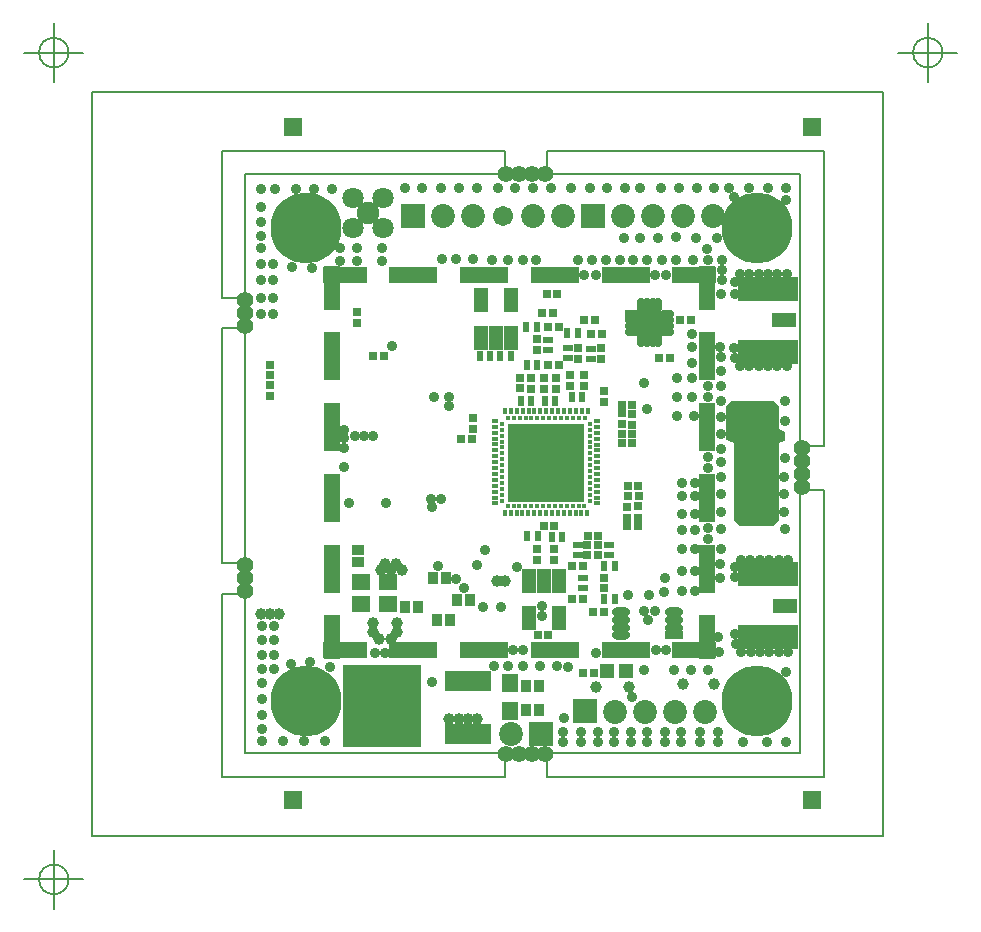
<source format=gts>
G04 (created by PCBNEW-RS274X (2012-08-04 BZR 3667)-testing) date 10/19/2012 7:17:05 PM*
%MOIN*%
G04 Gerber Fmt 3.4, Leading zero omitted, Abs format*
%FSLAX34Y34*%
G01*
G70*
G90*
G04 APERTURE LIST*
%ADD10C,0.0017*%
%ADD11C,0.0059*%
%ADD12C,0.0077*%
%ADD13C,0.0395*%
%ADD14C,0.0357*%
%ADD15C,0.0554*%
%ADD16R,0.0592X0.0592*%
%ADD17R,0.055X0.0588*%
%ADD18R,0.0588X0.055*%
%ADD19R,0.0273X0.0253*%
%ADD20R,0.0253X0.0273*%
%ADD21R,0.0337X0.0218*%
%ADD22R,0.0218X0.0337*%
%ADD23R,0.0353X0.0392*%
%ADD24R,0.0392X0.0353*%
%ADD25R,0.0273X0.0273*%
%ADD26C,0.2365*%
%ADD27R,0.1571X0.0704*%
%ADD28R,0.2594X0.2752*%
%ADD29R,0.0514X0.0514*%
%ADD30R,0.1649X0.0546*%
%ADD31R,0.1453X0.0546*%
%ADD32R,0.0546X0.1453*%
%ADD33R,0.0546X0.1649*%
%ADD34R,0.2049X0.0789*%
%ADD35R,0.0789X0.0475*%
%ADD36C,0.071*%
%ADD37C,0.075*%
%ADD38C,0.0797*%
%ADD39C,0.0675*%
%ADD40R,0.0797X0.0797*%
%ADD41R,0.0626X0.0304*%
%ADD42O,0.0626X0.0304*%
%ADD43R,0.0453X0.0803*%
%ADD44R,0.0823X0.0823*%
%ADD45O,0.0271X0.0489*%
%ADD46O,0.0276X0.0489*%
%ADD47O,0.0272X0.0489*%
%ADD48O,0.0489X0.0272*%
%ADD49R,0.0489X0.0272*%
%ADD50O,0.0489X0.0276*%
%ADD51R,0.0235X0.0393*%
%ADD52R,0.0155X0.0155*%
%ADD53R,0.0155X0.0215*%
%ADD54R,0.0215X0.0155*%
%ADD55R,0.0357X0.0409*%
%ADD56R,0.022X0.0314*%
%ADD57R,0.0476X0.0295*%
%ADD58R,0.0527X0.0295*%
%ADD59R,0.0554X0.0295*%
%ADD60R,0.0759X0.0295*%
%ADD61R,0.0219X0.0295*%
%ADD62R,0.0219X0.0283*%
%ADD63R,0.022X0.0295*%
%ADD64R,0.0219X0.0371*%
%ADD65R,0.0219X0.0542*%
%ADD66R,0.0219X0.0504*%
%ADD67R,0.0219X0.0294*%
%ADD68R,0.0219X0.0409*%
%ADD69R,0.0219X0.058*%
%ADD70R,0.0219X0.0675*%
%ADD71R,0.0219X0.0789*%
%ADD72R,0.0219X0.0846*%
%ADD73R,0.0219X0.0903*%
%ADD74R,0.0219X0.0979*%
%ADD75R,0.0219X0.0485*%
%ADD76R,0.0219X0.0447*%
%ADD77R,0.0219X0.0428*%
%ADD78R,0.0219X0.039*%
%ADD79R,0.0219X0.0333*%
%ADD80R,0.0219X0.0276*%
%ADD81R,0.0219X0.0238*%
%ADD82R,0.0219X0.0637*%
%ADD83R,0.0219X0.0751*%
%ADD84R,0.0219X0.0314*%
%ADD85R,0.0219X0.0257*%
%ADD86R,0.022X0.034*%
%ADD87R,0.0219X0.0535*%
%ADD88R,0.0219X0.0352*%
%ADD89R,0.0219X0.0561*%
%ADD90R,0.0219X0.0599*%
%ADD91R,0.0219X0.0523*%
%ADD92R,0.0219X0.0466*%
%ADD93R,0.0791X0.0295*%
%ADD94R,0.0357X0.0295*%
%ADD95R,0.022X0.058*%
%ADD96R,0.0219X0.0618*%
%ADD97R,0.0495X0.0295*%
%ADD98R,0.0417X0.0295*%
%ADD99R,0.0924X0.0295*%
%ADD100R,0.0219X0.3981*%
%ADD101C,0.0039*%
G04 APERTURE END LIST*
G54D10*
G54D11*
X41831Y-53937D02*
G75*
G03X41831Y-53937I-492J0D01*
G74*
G01*
X40355Y-53937D02*
X42323Y-53937D01*
X41339Y-52953D02*
X41339Y-54921D01*
X70964Y-26378D02*
G75*
G03X70964Y-26378I-492J0D01*
G74*
G01*
X69488Y-26378D02*
X71456Y-26378D01*
X70472Y-25394D02*
X70472Y-27362D01*
X41831Y-26378D02*
G75*
G03X41831Y-26378I-492J0D01*
G74*
G01*
X40355Y-26378D02*
X42323Y-26378D01*
X41339Y-25394D02*
X41339Y-27362D01*
G54D12*
X42606Y-52483D02*
X42606Y-27680D01*
X68983Y-52483D02*
X42606Y-52483D01*
X68983Y-27680D02*
X68983Y-52483D01*
X42606Y-27680D02*
X68983Y-27680D01*
X66228Y-30437D02*
X66228Y-39492D01*
X57764Y-30437D02*
X66228Y-30437D01*
X57764Y-29650D02*
X57764Y-30437D01*
X67016Y-29650D02*
X57764Y-29650D01*
X67016Y-39492D02*
X67016Y-29650D01*
X66228Y-39492D02*
X67016Y-39492D01*
X57764Y-50515D02*
X57764Y-49728D01*
X67016Y-50515D02*
X57764Y-50515D01*
X67016Y-40948D02*
X67016Y-50515D01*
X66228Y-40948D02*
X67016Y-40948D01*
X66228Y-49728D02*
X66228Y-40948D01*
X57764Y-49728D02*
X66228Y-49728D01*
X46936Y-50515D02*
X46936Y-44413D01*
X56386Y-50515D02*
X46936Y-50515D01*
X56386Y-49728D02*
X56386Y-50515D01*
X47724Y-49728D02*
X56386Y-49728D01*
X47724Y-44413D02*
X47724Y-49728D01*
X46936Y-44413D02*
X47724Y-44413D01*
X46936Y-43390D02*
X46936Y-35555D01*
X47724Y-43390D02*
X46936Y-43390D01*
X47724Y-35555D02*
X47724Y-43390D01*
X46936Y-35555D02*
X47724Y-35555D01*
X47724Y-30437D02*
X47724Y-34570D01*
X46936Y-34570D02*
X47724Y-34570D01*
X46936Y-29648D02*
X46936Y-34570D01*
X46936Y-29648D02*
X56384Y-29648D01*
X56384Y-29648D02*
X56384Y-30437D01*
X47724Y-30437D02*
X56384Y-30437D01*
G54D13*
X56102Y-43975D03*
G54D14*
X61013Y-44997D03*
X61363Y-45005D03*
X61158Y-45292D03*
X61386Y-35540D03*
X61024Y-35536D03*
X61024Y-35198D03*
X61394Y-35193D03*
X56791Y-43535D03*
X63583Y-34409D03*
G54D15*
X47725Y-34630D03*
X47725Y-35063D03*
X47725Y-35496D03*
X47725Y-44335D03*
X47725Y-43902D03*
X47725Y-43469D03*
X66268Y-39571D03*
X66268Y-40004D03*
X66268Y-40437D03*
X66268Y-40870D03*
G54D16*
X49299Y-51303D03*
X49299Y-51303D03*
X66622Y-51303D03*
X66622Y-51303D03*
X66621Y-28862D03*
X66621Y-28862D03*
G54D14*
X58185Y-40460D03*
X58185Y-40027D03*
X57968Y-40244D03*
X58401Y-40244D03*
X61129Y-38252D03*
X61011Y-37386D03*
X63553Y-36201D03*
X63571Y-36520D03*
X63571Y-36993D03*
X52273Y-32898D03*
X52272Y-33331D03*
X51445Y-33331D03*
X51446Y-32898D03*
X59398Y-33803D03*
X59005Y-33804D03*
X61367Y-33804D03*
X61760Y-33803D03*
X64005Y-31204D03*
X65736Y-31283D03*
X53610Y-30890D03*
X53059Y-30890D03*
X59791Y-30889D03*
X59201Y-30889D03*
X58571Y-30889D03*
X57901Y-30889D03*
X57311Y-30890D03*
X54240Y-30890D03*
X54831Y-30890D03*
X55461Y-30890D03*
X56130Y-30890D03*
X56721Y-30890D03*
X62783Y-30889D03*
X62193Y-30889D03*
X61563Y-30889D03*
X60893Y-30889D03*
X60382Y-30890D03*
X63335Y-30890D03*
X63846Y-30889D03*
X64516Y-30889D03*
X65146Y-30889D03*
X65736Y-30889D03*
X63127Y-32925D03*
X63138Y-33292D03*
X63600Y-33280D03*
X62655Y-33280D03*
X63453Y-32544D03*
X61484Y-32544D03*
X62065Y-32532D03*
X60894Y-32544D03*
X62744Y-32544D03*
X60658Y-33292D03*
X61120Y-33280D03*
X62065Y-33280D03*
X61603Y-33292D03*
X59752Y-33292D03*
X60214Y-33280D03*
X55953Y-33291D03*
X55312Y-33271D03*
X60343Y-32544D03*
X59269Y-33280D03*
X56465Y-33291D03*
X56965Y-33280D03*
X54289Y-33271D03*
X54762Y-33271D03*
X58807Y-33292D03*
X57410Y-33291D03*
X50618Y-30929D03*
X50895Y-32898D03*
X50894Y-33331D03*
X49281Y-33527D03*
X50028Y-30929D03*
X49950Y-33567D03*
X49398Y-30929D03*
X48728Y-30929D03*
X48256Y-35103D03*
X48650Y-35102D03*
X48650Y-34552D03*
X48256Y-34552D03*
X48256Y-33410D03*
X48650Y-33410D03*
X48650Y-33961D03*
X48256Y-33961D03*
X48255Y-32898D03*
X48255Y-32504D03*
X48255Y-32032D03*
X48255Y-31520D03*
X48256Y-30929D03*
X52627Y-36166D03*
X51995Y-39173D03*
X51680Y-39173D03*
X51365Y-39173D03*
X51010Y-39212D03*
X51004Y-38953D03*
X51012Y-39551D03*
X51012Y-40181D03*
X55718Y-42968D03*
X55450Y-43472D03*
X54248Y-41252D03*
X53937Y-41520D03*
X53925Y-41248D03*
X52413Y-41387D03*
X51196Y-41394D03*
X63602Y-33632D03*
X63612Y-33967D03*
X64016Y-36220D03*
X64043Y-36559D03*
X64035Y-34409D03*
X64043Y-34039D03*
X65462Y-33764D03*
X65776Y-33764D03*
X65146Y-33764D03*
X64832Y-33764D03*
X64202Y-33764D03*
X64516Y-33764D03*
X64516Y-36835D03*
X64202Y-36835D03*
X64832Y-36835D03*
X65146Y-36835D03*
X65776Y-36835D03*
X65462Y-36835D03*
X65697Y-42268D03*
X65696Y-41677D03*
X65696Y-41087D03*
X65696Y-40535D03*
X65697Y-37977D03*
X65697Y-38646D03*
X65697Y-39906D03*
X63570Y-40024D03*
X63570Y-39591D03*
X63571Y-39079D03*
X63571Y-38528D03*
X63571Y-37977D03*
X63570Y-42937D03*
X63570Y-40535D03*
X63570Y-41087D03*
X63570Y-41677D03*
X63571Y-42268D03*
X63137Y-42584D03*
X63138Y-42230D03*
X63138Y-39867D03*
X63137Y-40221D03*
X63136Y-37859D03*
X63137Y-37505D03*
X62626Y-36717D03*
X62626Y-36205D03*
X62626Y-35772D03*
X62626Y-37229D03*
X62626Y-37858D03*
X63571Y-37504D03*
X62114Y-38488D03*
X62665Y-38488D03*
X62114Y-37858D03*
X62114Y-37229D03*
X61169Y-44473D03*
X61721Y-43882D03*
X61681Y-44355D03*
X62274Y-40728D03*
X62271Y-41166D03*
X62271Y-41756D03*
X62271Y-42307D03*
X62271Y-44315D03*
X62272Y-43646D03*
X62271Y-42937D03*
X62704Y-42307D03*
X62704Y-41756D03*
X62704Y-41166D03*
X62697Y-40728D03*
X62704Y-42937D03*
X62705Y-43646D03*
X62704Y-44315D03*
X58618Y-40460D03*
X57752Y-40460D03*
X57319Y-40460D03*
X56886Y-40460D03*
X56669Y-40677D03*
X57102Y-40677D03*
X57539Y-40677D03*
X57968Y-40677D03*
X58401Y-40677D03*
X58834Y-40677D03*
X58834Y-41110D03*
X58401Y-41110D03*
X57968Y-41110D03*
X57539Y-41110D03*
X57102Y-41110D03*
X56669Y-41110D03*
X56886Y-40893D03*
X57319Y-40893D03*
X58185Y-40893D03*
X57752Y-40893D03*
X58618Y-40893D03*
X58618Y-40027D03*
X57752Y-40027D03*
X57319Y-40027D03*
X56886Y-40027D03*
X56669Y-40244D03*
X57102Y-40244D03*
X57539Y-40244D03*
X58834Y-40244D03*
X58834Y-39811D03*
X58401Y-39811D03*
X57968Y-39811D03*
X57539Y-39811D03*
X57102Y-39811D03*
X56669Y-39811D03*
X56886Y-39594D03*
X57319Y-39594D03*
X58185Y-39594D03*
X57752Y-39594D03*
X58618Y-39594D03*
X58618Y-39161D03*
X57752Y-39161D03*
X58185Y-39161D03*
X57319Y-39161D03*
X56886Y-39161D03*
X56669Y-39378D03*
X57102Y-39378D03*
X57539Y-39378D03*
X57968Y-39378D03*
X58401Y-39378D03*
X58834Y-39378D03*
X58834Y-38945D03*
X58401Y-38945D03*
X57968Y-38945D03*
X57539Y-38945D03*
X57102Y-38945D03*
X56669Y-38945D03*
X64055Y-43533D03*
X64045Y-43858D03*
X64555Y-43282D03*
X64241Y-43282D03*
X64871Y-43282D03*
X65185Y-43282D03*
X65815Y-43282D03*
X65501Y-43282D03*
X65510Y-46353D03*
X65824Y-46353D03*
X65194Y-46353D03*
X64880Y-46353D03*
X64065Y-46083D03*
X64035Y-45758D03*
X63514Y-46358D03*
X64250Y-46353D03*
X64564Y-46353D03*
X63553Y-43435D03*
X63553Y-43907D03*
X63494Y-45856D03*
X60472Y-44461D03*
X57598Y-45152D03*
X57598Y-44837D03*
X56249Y-44866D03*
X55658Y-44866D03*
X54516Y-38173D03*
X54516Y-37858D03*
X54005Y-37858D03*
X55028Y-44236D03*
X54162Y-43488D03*
X54756Y-43909D03*
X65736Y-47032D03*
X64319Y-49355D03*
X65736Y-49355D03*
X65106Y-49355D03*
X60622Y-47855D03*
X62889Y-49028D03*
X62889Y-49343D03*
X63480Y-49343D03*
X63480Y-49028D03*
X60566Y-49028D03*
X60566Y-49343D03*
X61118Y-49343D03*
X61118Y-49028D03*
X62260Y-49028D03*
X62260Y-49343D03*
X61709Y-49343D03*
X61709Y-49028D03*
X59465Y-49028D03*
X59465Y-49343D03*
X60016Y-49343D03*
X60016Y-49028D03*
X58914Y-49028D03*
X58914Y-49343D03*
X58323Y-49343D03*
X58323Y-49028D03*
X58335Y-48567D03*
X63138Y-46953D03*
X62587Y-46953D03*
X61012Y-46941D03*
X62004Y-46957D03*
X58465Y-46850D03*
X58099Y-46835D03*
X57547Y-46835D03*
X56996Y-46835D03*
X56484Y-46835D03*
X56012Y-46835D03*
X53932Y-47357D03*
X59417Y-46406D03*
X61760Y-46284D03*
X61406Y-46284D03*
X56642Y-46284D03*
X56996Y-46284D03*
X52378Y-46382D03*
X52031Y-46382D03*
X50539Y-46873D03*
X49870Y-46676D03*
X49240Y-46755D03*
X48295Y-45968D03*
X48689Y-45968D03*
X48689Y-45496D03*
X48295Y-45496D03*
X48295Y-46441D03*
X48689Y-46441D03*
X48689Y-46913D03*
X48295Y-46913D03*
X48295Y-47386D03*
X48295Y-47937D03*
X48295Y-48449D03*
X48295Y-48921D03*
X48295Y-49315D03*
X48965Y-49315D03*
X49673Y-49315D03*
X50382Y-49315D03*
G54D13*
X48861Y-45087D03*
X48546Y-45087D03*
X48231Y-45087D03*
X52389Y-43424D03*
X52744Y-43424D03*
X52941Y-43620D03*
X52586Y-43621D03*
X52782Y-45375D03*
X52782Y-45690D03*
X52584Y-45927D03*
X52190Y-45927D03*
X51994Y-45690D03*
X51994Y-45375D03*
G54D17*
X56532Y-48310D03*
X56532Y-47406D03*
G54D18*
X51568Y-44036D03*
X52472Y-44036D03*
X51568Y-44772D03*
X52472Y-44772D03*
G54D19*
X51445Y-35036D03*
X51445Y-35406D03*
G54D20*
X61870Y-36559D03*
X61500Y-36559D03*
G54D19*
X60461Y-41890D03*
X60461Y-41520D03*
X55299Y-38559D03*
X55299Y-38929D03*
X60827Y-41504D03*
X60827Y-41874D03*
X60618Y-38784D03*
X60618Y-38414D03*
X60264Y-38402D03*
X60264Y-38772D03*
X59665Y-38024D03*
X59665Y-37654D03*
G54D21*
X58799Y-43133D03*
X58799Y-42793D03*
X57825Y-35952D03*
X57825Y-36292D03*
X59843Y-43123D03*
X59843Y-42783D03*
G54D22*
X58800Y-35740D03*
X58460Y-35740D03*
X57442Y-36787D03*
X57102Y-36787D03*
G54D21*
X58472Y-36568D03*
X58472Y-36228D03*
G54D22*
X57434Y-35512D03*
X57094Y-35512D03*
X58957Y-37870D03*
X58617Y-37870D03*
G54D21*
X59252Y-36247D03*
X59252Y-36587D03*
G54D22*
X58296Y-42520D03*
X57956Y-42520D03*
X57123Y-42500D03*
X57463Y-42500D03*
X59692Y-44606D03*
X60032Y-44606D03*
G54D21*
X58976Y-44225D03*
X58976Y-43885D03*
G54D22*
X59692Y-43484D03*
X60032Y-43484D03*
X57237Y-37984D03*
X56897Y-37984D03*
X56568Y-36500D03*
X56228Y-36500D03*
X55550Y-36496D03*
X55890Y-36496D03*
X58044Y-37992D03*
X57704Y-37992D03*
G54D23*
X57078Y-47500D03*
X57508Y-47500D03*
X57088Y-48284D03*
X57518Y-48284D03*
X54542Y-45276D03*
X54112Y-45276D03*
G54D24*
X51469Y-43372D03*
X51469Y-42943D03*
G54D23*
X53057Y-44851D03*
X53487Y-44851D03*
X55215Y-44638D03*
X54785Y-44638D03*
X53990Y-43882D03*
X54420Y-43882D03*
G54D25*
X59016Y-35305D03*
X59370Y-35305D03*
X59327Y-45031D03*
X59681Y-45031D03*
X58976Y-44606D03*
X58622Y-44606D03*
X59693Y-43878D03*
X59693Y-44232D03*
X58976Y-43504D03*
X58622Y-43504D03*
X59124Y-42776D03*
X59124Y-43130D03*
X59488Y-42776D03*
X59488Y-43130D03*
X59130Y-42477D03*
X59484Y-42477D03*
X59577Y-36584D03*
X59577Y-36230D03*
X57469Y-45799D03*
X57823Y-45799D03*
X57622Y-35059D03*
X57976Y-35059D03*
X58004Y-42933D03*
X58004Y-43287D03*
X57461Y-42933D03*
X57461Y-43287D03*
X57667Y-42165D03*
X58021Y-42165D03*
X59012Y-37480D03*
X59012Y-37126D03*
X59248Y-35744D03*
X59602Y-35744D03*
X58799Y-36575D03*
X58799Y-36221D03*
X57441Y-36289D03*
X57441Y-35935D03*
X51976Y-36496D03*
X52330Y-36496D03*
X57825Y-35522D03*
X58179Y-35522D03*
X58071Y-37579D03*
X58071Y-37225D03*
X57677Y-37579D03*
X57677Y-37225D03*
X57260Y-37575D03*
X57260Y-37221D03*
X57825Y-36781D03*
X58179Y-36781D03*
X57764Y-34433D03*
X58118Y-34433D03*
X56874Y-37567D03*
X56874Y-37213D03*
X58547Y-37480D03*
X58547Y-37126D03*
X62217Y-35299D03*
X62571Y-35299D03*
X48532Y-37130D03*
X48532Y-36776D03*
X48532Y-37457D03*
X48532Y-37811D03*
X60264Y-38110D03*
X60618Y-38110D03*
X60268Y-39083D03*
X60622Y-39083D03*
X60264Y-39406D03*
X60618Y-39406D03*
X60473Y-40831D03*
X60827Y-40831D03*
X60461Y-42173D03*
X60815Y-42173D03*
X55283Y-39252D03*
X54929Y-39252D03*
X60481Y-41173D03*
X60835Y-41173D03*
G54D26*
X49752Y-32228D03*
X64791Y-32228D03*
X64791Y-47975D03*
X49752Y-47975D03*
G54D27*
X55145Y-49107D03*
G54D28*
X52271Y-48173D03*
G54D27*
X55145Y-47309D03*
G54D13*
X56378Y-43975D03*
X52232Y-43621D03*
G54D20*
X59347Y-47051D03*
X58977Y-47051D03*
G54D29*
X60421Y-46992D03*
X59791Y-46992D03*
G54D13*
X52112Y-49195D03*
X51720Y-49197D03*
X52507Y-49197D03*
X51325Y-49197D03*
X52902Y-49197D03*
X51325Y-48802D03*
X51325Y-48410D03*
X51325Y-48015D03*
X51325Y-47622D03*
X51325Y-47267D03*
X51720Y-47267D03*
X52114Y-47267D03*
X52507Y-47267D03*
X52900Y-47267D03*
X52900Y-47622D03*
X52900Y-48015D03*
X52900Y-48410D03*
X52900Y-48802D03*
G54D16*
X49299Y-28862D03*
X49299Y-28862D03*
G54D15*
X56426Y-49768D03*
X56859Y-49768D03*
X57292Y-49768D03*
X57726Y-49768D03*
X56425Y-30437D03*
X56858Y-30437D03*
X57291Y-30437D03*
X57725Y-30437D03*
G54D13*
X54516Y-48607D03*
X54831Y-48607D03*
X55146Y-48607D03*
X55461Y-48607D03*
X59419Y-47520D03*
X60512Y-47510D03*
X62312Y-47426D03*
X63336Y-47426D03*
G54D30*
X60400Y-33783D03*
X58038Y-33783D03*
X55676Y-33783D03*
X53313Y-33783D03*
G54D31*
X51051Y-33783D03*
G54D32*
X50599Y-34235D03*
G54D33*
X63116Y-36500D03*
X63116Y-38862D03*
X63116Y-41223D03*
X63116Y-43587D03*
G54D31*
X62663Y-46301D03*
G54D32*
X63116Y-45847D03*
X50599Y-45847D03*
G54D31*
X51051Y-46301D03*
G54D30*
X53313Y-46301D03*
X55676Y-46301D03*
X58038Y-46301D03*
X60400Y-46301D03*
G54D33*
X50599Y-43587D03*
X50599Y-41223D03*
X50599Y-38862D03*
X50599Y-36500D03*
G54D31*
X62663Y-33783D03*
G54D32*
X63116Y-34235D03*
G54D34*
X65161Y-43763D03*
X65161Y-45867D03*
G54D35*
X65711Y-44815D03*
G54D34*
X65145Y-34246D03*
X65145Y-36350D03*
G54D35*
X65695Y-35298D03*
G54D36*
X51299Y-32217D03*
X52299Y-32217D03*
X52299Y-31217D03*
X51299Y-31217D03*
G54D37*
X51799Y-31717D03*
G54D38*
X58307Y-31834D03*
X57307Y-31834D03*
G54D39*
X56307Y-31834D03*
G54D38*
X55307Y-31834D03*
G54D40*
X53307Y-31814D03*
G54D38*
X54307Y-31834D03*
G54D40*
X57576Y-49079D03*
G54D38*
X56576Y-49079D03*
G54D41*
X62005Y-45800D03*
G54D42*
X62005Y-45543D03*
X62005Y-45289D03*
X62005Y-45032D03*
X60235Y-45032D03*
X60235Y-45289D03*
X60235Y-45543D03*
X60235Y-45800D03*
G54D43*
X57164Y-43981D03*
X57664Y-43981D03*
X58164Y-43981D03*
X58164Y-45232D03*
X57164Y-45232D03*
G54D44*
X61200Y-35379D03*
G54D45*
X61298Y-34799D03*
G54D46*
X61102Y-34799D03*
G54D45*
X60905Y-34799D03*
G54D46*
X61495Y-34799D03*
X61102Y-35959D03*
G54D47*
X60905Y-35960D03*
X61298Y-35960D03*
X61495Y-35960D03*
G54D48*
X60619Y-35281D03*
G54D49*
X60619Y-35084D03*
G54D48*
X60619Y-35477D03*
X60619Y-35674D03*
G54D50*
X61780Y-35281D03*
G54D48*
X61781Y-35084D03*
X61781Y-35477D03*
X61781Y-35674D03*
G54D43*
X56579Y-35874D03*
X56079Y-35874D03*
X55579Y-35874D03*
X55579Y-34623D03*
X56579Y-34623D03*
G54D51*
X58133Y-41147D03*
X58133Y-40782D03*
X58133Y-40414D03*
X58133Y-40050D03*
X58133Y-39679D03*
X58133Y-39314D03*
X58133Y-38947D03*
X58328Y-38947D03*
X58330Y-39314D03*
X58330Y-39679D03*
X58330Y-40050D03*
X58330Y-40414D03*
X58330Y-40782D03*
X58330Y-41147D03*
X58718Y-41147D03*
X58718Y-40782D03*
X58718Y-40414D03*
X58718Y-40050D03*
X58718Y-39679D03*
X58718Y-39314D03*
X58718Y-38947D03*
X58521Y-38947D03*
X58521Y-39314D03*
X58521Y-39679D03*
X58521Y-40050D03*
X58521Y-40414D03*
X58521Y-40782D03*
X58521Y-41147D03*
X58916Y-38947D03*
X58916Y-39314D03*
X58916Y-39679D03*
X58916Y-40050D03*
X58916Y-40414D03*
X58916Y-40782D03*
X58916Y-41147D03*
X57353Y-41147D03*
X57353Y-40782D03*
X57353Y-40414D03*
X57353Y-40050D03*
X57353Y-39679D03*
X57353Y-39314D03*
X57353Y-38947D03*
X57548Y-38947D03*
X57550Y-39314D03*
X57550Y-39679D03*
X57550Y-40050D03*
X57550Y-40414D03*
X57550Y-40782D03*
X57550Y-41147D03*
X57938Y-41147D03*
X57938Y-40782D03*
X57938Y-40414D03*
X57938Y-40050D03*
X57938Y-39679D03*
X57938Y-39314D03*
X57938Y-38947D03*
X57741Y-38947D03*
X57741Y-39314D03*
X57741Y-39679D03*
X57741Y-40050D03*
X57741Y-40414D03*
X57741Y-40782D03*
X57741Y-41147D03*
X56958Y-41147D03*
X56958Y-40782D03*
X56958Y-40414D03*
X56958Y-40050D03*
X56958Y-39679D03*
X56958Y-39314D03*
X56958Y-38947D03*
X57155Y-38947D03*
X57156Y-39314D03*
X57156Y-39679D03*
X57156Y-40050D03*
X57156Y-40414D03*
X57156Y-40782D03*
X57156Y-41147D03*
X56766Y-41147D03*
X56766Y-40782D03*
X56766Y-40414D03*
X56766Y-40050D03*
X56766Y-39679D03*
X56766Y-39314D03*
X56766Y-38947D03*
G54D52*
X58836Y-38554D03*
X59033Y-38554D03*
X58638Y-38554D03*
X58441Y-38554D03*
X58245Y-38554D03*
X58048Y-38554D03*
X57851Y-38554D03*
X57655Y-38554D03*
X57458Y-38554D03*
X57260Y-38554D03*
X57063Y-38554D03*
X56866Y-38554D03*
X56671Y-38554D03*
G54D53*
X59130Y-38330D03*
X58933Y-38330D03*
X58738Y-38330D03*
X58541Y-38330D03*
X58343Y-38330D03*
X58146Y-38330D03*
X57950Y-38330D03*
X57753Y-38330D03*
X57556Y-38330D03*
X57360Y-38330D03*
X57163Y-38330D03*
X56966Y-38330D03*
X56768Y-38330D03*
X56571Y-38330D03*
G54D52*
X56473Y-38554D03*
G54D54*
X59453Y-38653D03*
G54D52*
X59228Y-38753D03*
G54D54*
X59453Y-38852D03*
X59453Y-39048D03*
X59453Y-39245D03*
X59453Y-39442D03*
X59453Y-39638D03*
X59451Y-39835D03*
X59453Y-40032D03*
X59453Y-40228D03*
X59453Y-40427D03*
X59453Y-40622D03*
X59453Y-40820D03*
X59453Y-41017D03*
X59453Y-41212D03*
X59453Y-41400D03*
G54D52*
X59228Y-38950D03*
X59228Y-39145D03*
X59228Y-39343D03*
X59228Y-39540D03*
X59228Y-39737D03*
X59228Y-39933D03*
X59228Y-40132D03*
X59228Y-40327D03*
X59228Y-40523D03*
X59228Y-40722D03*
X59228Y-40918D03*
X59228Y-41312D03*
X59228Y-41115D03*
X58830Y-41505D03*
X59026Y-41505D03*
X58633Y-41505D03*
X58436Y-41505D03*
X58238Y-41505D03*
X58043Y-41505D03*
X57846Y-41505D03*
X57648Y-41505D03*
X57451Y-41505D03*
X57255Y-41505D03*
X57058Y-41505D03*
X56860Y-41505D03*
X56665Y-41505D03*
G54D53*
X59123Y-41730D03*
X58926Y-41730D03*
X58731Y-41730D03*
X58535Y-41730D03*
X58338Y-41730D03*
X58141Y-41730D03*
X57943Y-41730D03*
X57746Y-41730D03*
X57550Y-41729D03*
X57353Y-41730D03*
X57156Y-41730D03*
X56960Y-41730D03*
X56763Y-41730D03*
X56566Y-41730D03*
G54D52*
X56468Y-41505D03*
G54D53*
X56368Y-41730D03*
X56374Y-38330D03*
G54D54*
X56051Y-38652D03*
G54D52*
X56276Y-38751D03*
G54D54*
X56051Y-38849D03*
X56051Y-39046D03*
X56051Y-39243D03*
X56051Y-39440D03*
X56051Y-39637D03*
X56051Y-39833D03*
X56051Y-40030D03*
X56051Y-40227D03*
X56051Y-40424D03*
X56051Y-40621D03*
X56051Y-40818D03*
X56051Y-41015D03*
X56051Y-41210D03*
X56051Y-41407D03*
G54D52*
X56276Y-38948D03*
X56276Y-39144D03*
X56276Y-39341D03*
X56276Y-39538D03*
X56276Y-39735D03*
X56276Y-39932D03*
X56276Y-40129D03*
X56276Y-40326D03*
X56276Y-40522D03*
X56276Y-40719D03*
X56276Y-40916D03*
X56276Y-41310D03*
X56276Y-41113D03*
G54D51*
X56570Y-38947D03*
X56570Y-39314D03*
X56570Y-39679D03*
X56570Y-40050D03*
X56570Y-40414D03*
X56570Y-40782D03*
X56570Y-41147D03*
G54D55*
X65303Y-39141D03*
G54D56*
X65063Y-40479D03*
G54D57*
X64551Y-40832D03*
G54D58*
X64905Y-40832D03*
G54D59*
X64890Y-41137D03*
G54D60*
X64791Y-41438D03*
G54D61*
X65437Y-39141D03*
G54D62*
X64362Y-40940D03*
G54D63*
X64377Y-41328D03*
G54D62*
X64358Y-41334D03*
G54D64*
X64378Y-41479D03*
G54D65*
X65043Y-39587D03*
G54D66*
X65059Y-39606D03*
G54D61*
X65063Y-40224D03*
G54D63*
X65044Y-40224D03*
G54D67*
X65059Y-39826D03*
G54D68*
X63960Y-38571D03*
G54D69*
X63979Y-38561D03*
G54D70*
X63998Y-38571D03*
G54D71*
X64017Y-38571D03*
G54D72*
X64036Y-38561D03*
G54D73*
X64055Y-38571D03*
G54D74*
X64074Y-38571D03*
G54D75*
X64093Y-38837D03*
X64093Y-38305D03*
G54D76*
X64112Y-38875D03*
X64112Y-38267D03*
G54D77*
X64131Y-38903D03*
G54D68*
X64131Y-38229D03*
G54D78*
X64150Y-38922D03*
G54D64*
X64150Y-38210D03*
G54D79*
X64169Y-38932D03*
X64169Y-38210D03*
G54D61*
X64188Y-38932D03*
G54D76*
X64188Y-38571D03*
G54D80*
X64188Y-38200D03*
G54D81*
X64207Y-38941D03*
G54D65*
X64207Y-38561D03*
G54D81*
X64207Y-38200D03*
G54D82*
X64226Y-38571D03*
G54D70*
X64245Y-38571D03*
G54D83*
X64264Y-38571D03*
G54D77*
X64283Y-38751D03*
G54D68*
X64283Y-38381D03*
G54D64*
X64302Y-38780D03*
X64302Y-38362D03*
G54D84*
X64321Y-38789D03*
X64321Y-38352D03*
G54D85*
X64340Y-38799D03*
X64340Y-38343D03*
G54D79*
X64359Y-41915D03*
G54D86*
X64358Y-41464D03*
G54D87*
X64362Y-40712D03*
G54D84*
X64359Y-40024D03*
G54D66*
X64359Y-39606D03*
G54D61*
X64359Y-38571D03*
G54D88*
X64378Y-41905D03*
G54D61*
X64378Y-40946D03*
G54D89*
X64378Y-40699D03*
G54D88*
X64378Y-40024D03*
G54D65*
X64378Y-39587D03*
G54D68*
X64378Y-38571D03*
G54D88*
X64397Y-41905D03*
G54D64*
X64397Y-41478D03*
G54D61*
X64397Y-41326D03*
X64397Y-40946D03*
G54D69*
X64397Y-40689D03*
G54D88*
X64397Y-40024D03*
G54D69*
X64397Y-39568D03*
G54D75*
X64397Y-38571D03*
G54D88*
X64416Y-41905D03*
G54D64*
X64416Y-41478D03*
G54D61*
X64416Y-41307D03*
X64416Y-40965D03*
G54D90*
X64416Y-40680D03*
G54D88*
X64416Y-40024D03*
G54D90*
X64416Y-39559D03*
G54D91*
X64416Y-38571D03*
G54D64*
X64435Y-41896D03*
X64435Y-41478D03*
G54D61*
X64435Y-41307D03*
X64435Y-40965D03*
G54D79*
X64435Y-40528D03*
G54D64*
X64435Y-40034D03*
G54D88*
X64435Y-39416D03*
G54D61*
X64435Y-38685D03*
X64435Y-38457D03*
G54D64*
X64454Y-41896D03*
X64454Y-41478D03*
G54D61*
X64454Y-41288D03*
X64454Y-40984D03*
G54D84*
X64454Y-40499D03*
G54D78*
X64454Y-40024D03*
G54D79*
X64454Y-39388D03*
G54D81*
X64454Y-38694D03*
X64454Y-38447D03*
G54D64*
X64473Y-41896D03*
G54D78*
X64473Y-41487D03*
G54D61*
X64473Y-41288D03*
X64473Y-40984D03*
X64473Y-40490D03*
G54D80*
X64473Y-40081D03*
G54D61*
X64473Y-39977D03*
G54D84*
X64473Y-39359D03*
G54D64*
X64492Y-41896D03*
G54D78*
X64492Y-41487D03*
G54D61*
X64492Y-41269D03*
G54D80*
X64492Y-40993D03*
G54D61*
X64492Y-40490D03*
X64492Y-40091D03*
G54D80*
X64492Y-39967D03*
G54D84*
X64492Y-39359D03*
G54D78*
X64511Y-41886D03*
X64511Y-41487D03*
G54D61*
X64511Y-41269D03*
X64511Y-41003D03*
X64511Y-40471D03*
X64511Y-40091D03*
X64511Y-39958D03*
G54D84*
X64511Y-39340D03*
G54D80*
X64530Y-41829D03*
G54D78*
X64530Y-41487D03*
G54D61*
X64530Y-41250D03*
G54D80*
X64530Y-41012D03*
G54D61*
X64530Y-40471D03*
X64530Y-40091D03*
X64530Y-39958D03*
X64530Y-39331D03*
G54D80*
X64549Y-41829D03*
G54D68*
X64549Y-41497D03*
G54D61*
X64549Y-41250D03*
X64549Y-41022D03*
X64549Y-40471D03*
G54D80*
X64549Y-40100D03*
G54D61*
X64549Y-39958D03*
X64549Y-39331D03*
X64568Y-41820D03*
X64568Y-41554D03*
X64568Y-41231D03*
G54D80*
X64568Y-41031D03*
G54D61*
X64568Y-40471D03*
X64568Y-40110D03*
G54D80*
X64568Y-39948D03*
G54D92*
X64568Y-38789D03*
G54D66*
X64568Y-38333D03*
G54D80*
X64587Y-41810D03*
X64587Y-41563D03*
G54D61*
X64587Y-41231D03*
X64587Y-41041D03*
X64587Y-40471D03*
X64587Y-40110D03*
X64587Y-39939D03*
G54D75*
X64587Y-38780D03*
G54D66*
X64587Y-38333D03*
G54D80*
X64606Y-41810D03*
G54D61*
X64606Y-41573D03*
X64606Y-41212D03*
G54D80*
X64606Y-41050D03*
G54D61*
X64606Y-40490D03*
G54D80*
X64606Y-40119D03*
G54D61*
X64606Y-39939D03*
G54D91*
X64606Y-38761D03*
G54D66*
X64606Y-38333D03*
G54D80*
X64625Y-41810D03*
G54D61*
X64625Y-41573D03*
X64625Y-41212D03*
X64625Y-41060D03*
G54D84*
X64625Y-40499D03*
G54D61*
X64625Y-40129D03*
X64625Y-39939D03*
G54D91*
X64625Y-38761D03*
G54D66*
X64625Y-38333D03*
G54D61*
X64644Y-41801D03*
X64644Y-41573D03*
X64644Y-41193D03*
G54D80*
X64644Y-41069D03*
G54D84*
X64644Y-40518D03*
G54D61*
X64644Y-40129D03*
X64644Y-39920D03*
G54D79*
X64644Y-38647D03*
G54D80*
X64663Y-41791D03*
X64663Y-41582D03*
G54D78*
X64663Y-41126D03*
G54D88*
X64663Y-40537D03*
G54D61*
X64663Y-40129D03*
X64663Y-39920D03*
X64663Y-38628D03*
G54D80*
X64682Y-41791D03*
G54D61*
X64682Y-41592D03*
G54D64*
X64682Y-41136D03*
G54D90*
X64682Y-40680D03*
G54D80*
X64682Y-40138D03*
G54D61*
X64682Y-39920D03*
X64682Y-38609D03*
G54D80*
X64701Y-41791D03*
G54D61*
X64701Y-41592D03*
G54D88*
X64701Y-41126D03*
G54D69*
X64701Y-40689D03*
G54D61*
X64701Y-40148D03*
X64701Y-39901D03*
G54D93*
X64704Y-39711D03*
G54D94*
X64701Y-38875D03*
G54D61*
X64701Y-38609D03*
G54D94*
X64701Y-38438D03*
G54D61*
X64720Y-41782D03*
G54D80*
X64720Y-41601D03*
G54D79*
X64720Y-41136D03*
G54D65*
X64720Y-40708D03*
G54D61*
X64720Y-40148D03*
X64720Y-39901D03*
G54D80*
X64720Y-38618D03*
G54D60*
X64791Y-41934D03*
G54D80*
X64739Y-41772D03*
X64739Y-41601D03*
G54D91*
X64739Y-40718D03*
G54D61*
X64739Y-40148D03*
X64739Y-39901D03*
X64739Y-38628D03*
G54D80*
X64758Y-41772D03*
G54D61*
X64758Y-41611D03*
X64758Y-40604D03*
G54D84*
X64758Y-40157D03*
G54D61*
X64758Y-39901D03*
G54D84*
X64758Y-38637D03*
G54D61*
X64777Y-41763D03*
X64777Y-41611D03*
G54D84*
X64777Y-40594D03*
G54D95*
X64777Y-40024D03*
G54D91*
X64777Y-38761D03*
G54D76*
X64777Y-38362D03*
G54D80*
X64796Y-41753D03*
X64796Y-41620D03*
G54D61*
X64796Y-40585D03*
G54D69*
X64796Y-40024D03*
G54D66*
X64796Y-38770D03*
G54D76*
X64796Y-38362D03*
G54D80*
X64815Y-41753D03*
X64815Y-41620D03*
G54D84*
X64815Y-40575D03*
G54D69*
X64815Y-40024D03*
G54D75*
X64815Y-38780D03*
G54D76*
X64815Y-38362D03*
G54D80*
X64834Y-41753D03*
G54D61*
X64834Y-41630D03*
G54D84*
X64834Y-40575D03*
G54D96*
X64834Y-40024D03*
G54D97*
X64701Y-39311D03*
G54D92*
X64834Y-38789D03*
G54D76*
X64834Y-38362D03*
G54D61*
X64853Y-41744D03*
X64853Y-41630D03*
X64853Y-40566D03*
X64853Y-40186D03*
X64853Y-39863D03*
G54D84*
X64853Y-39321D03*
X64853Y-38694D03*
G54D80*
X64872Y-41734D03*
X64872Y-41639D03*
G54D84*
X64872Y-40556D03*
G54D61*
X64872Y-40186D03*
X64872Y-39863D03*
X64872Y-39331D03*
X64872Y-38685D03*
G54D64*
X64891Y-41687D03*
G54D61*
X64891Y-40547D03*
X64891Y-40205D03*
X64891Y-39863D03*
G54D84*
X64891Y-39340D03*
G54D61*
X64891Y-38685D03*
G54D64*
X64910Y-41687D03*
G54D84*
X64910Y-40537D03*
G54D61*
X64910Y-40205D03*
X64910Y-39844D03*
X64910Y-39350D03*
X64910Y-38666D03*
G54D88*
X64929Y-41696D03*
G54D84*
X64929Y-40537D03*
G54D61*
X64929Y-40205D03*
X64929Y-39844D03*
G54D84*
X64929Y-39359D03*
G54D61*
X64929Y-38666D03*
G54D79*
X64948Y-41687D03*
G54D61*
X64948Y-40528D03*
X64948Y-40205D03*
X64948Y-39844D03*
G54D84*
X64948Y-39378D03*
G54D61*
X64948Y-38647D03*
G54D98*
X64945Y-38438D03*
G54D79*
X64967Y-41687D03*
G54D84*
X64967Y-40518D03*
G54D61*
X64967Y-40224D03*
X64967Y-39825D03*
G54D88*
X64967Y-39397D03*
G54D98*
X64945Y-38875D03*
G54D61*
X64967Y-38647D03*
G54D79*
X64986Y-41687D03*
G54D61*
X64986Y-40509D03*
G54D99*
X64712Y-40345D03*
G54D61*
X64986Y-40224D03*
X64986Y-39825D03*
G54D84*
X64986Y-39701D03*
G54D68*
X64986Y-39445D03*
G54D61*
X64986Y-39141D03*
X64986Y-38628D03*
X65005Y-41687D03*
G54D84*
X65005Y-40499D03*
G54D61*
X65005Y-40224D03*
X65005Y-39825D03*
G54D90*
X65005Y-39559D03*
G54D79*
X65005Y-39141D03*
G54D61*
X65005Y-38628D03*
X65024Y-41687D03*
X65024Y-40490D03*
X65024Y-40224D03*
X65024Y-39825D03*
G54D89*
X65024Y-39578D03*
G54D64*
X65024Y-39141D03*
G54D80*
X65024Y-38618D03*
G54D61*
X65043Y-41687D03*
G54D84*
X65043Y-40480D03*
G54D67*
X65043Y-39826D03*
G54D61*
X65043Y-38609D03*
G54D85*
X65062Y-41687D03*
G54D55*
X65110Y-39141D03*
G54D100*
X65195Y-40091D03*
X65214Y-40091D03*
X65233Y-40091D03*
G54D78*
X65386Y-39141D03*
G54D64*
X65404Y-39141D03*
G54D79*
X65421Y-39141D03*
G54D38*
X63314Y-31834D03*
X62314Y-31834D03*
X61314Y-31834D03*
G54D40*
X59314Y-31814D03*
G54D38*
X60314Y-31834D03*
X63043Y-48350D03*
X62043Y-48350D03*
X61043Y-48350D03*
G54D40*
X59043Y-48330D03*
G54D38*
X60043Y-48350D03*
G54D10*
G36*
X50799Y-34890D02*
X50799Y-33984D01*
X51705Y-33984D01*
X51705Y-33583D01*
X50398Y-33583D01*
X50398Y-34890D01*
X50799Y-34890D01*
X50799Y-34890D01*
G37*
G54D101*
X50799Y-34890D02*
X50799Y-33984D01*
X51705Y-33984D01*
X51705Y-33583D01*
X50398Y-33583D01*
X50398Y-34890D01*
X50799Y-34890D01*
G54D10*
G36*
X54063Y-33984D02*
X54063Y-33583D01*
X52563Y-33583D01*
X52563Y-33984D01*
X54063Y-33984D01*
X54063Y-33984D01*
G37*
G54D101*
X54063Y-33984D02*
X54063Y-33583D01*
X52563Y-33583D01*
X52563Y-33984D01*
X54063Y-33984D01*
G54D10*
G36*
X56425Y-33984D02*
X56425Y-33583D01*
X54925Y-33583D01*
X54925Y-33981D01*
X56425Y-33984D01*
X56425Y-33984D01*
G37*
G54D101*
X56425Y-33984D02*
X56425Y-33583D01*
X54925Y-33583D01*
X54925Y-33981D01*
X56425Y-33984D01*
G54D10*
G36*
X58788Y-33984D02*
X58788Y-33583D01*
X57288Y-33583D01*
X57288Y-33981D01*
X58788Y-33984D01*
X58788Y-33984D01*
G37*
G54D101*
X58788Y-33984D02*
X58788Y-33583D01*
X57288Y-33583D01*
X57288Y-33981D01*
X58788Y-33984D01*
G54D10*
G36*
X61154Y-33984D02*
X61154Y-33583D01*
X59654Y-33583D01*
X59654Y-33981D01*
X61154Y-33984D01*
X61154Y-33984D01*
G37*
G54D101*
X61154Y-33984D02*
X61154Y-33583D01*
X59654Y-33583D01*
X59654Y-33981D01*
X61154Y-33984D01*
G54D10*
G36*
X54067Y-46504D02*
X54067Y-46103D01*
X52567Y-46103D01*
X52567Y-46501D01*
X54067Y-46504D01*
X54067Y-46504D01*
G37*
G54D101*
X54067Y-46504D02*
X54067Y-46103D01*
X52567Y-46103D01*
X52567Y-46501D01*
X54067Y-46504D01*
G54D10*
G36*
X56429Y-46504D02*
X56429Y-46103D01*
X54929Y-46103D01*
X54929Y-46501D01*
X56429Y-46504D01*
X56429Y-46504D01*
G37*
G54D101*
X56429Y-46504D02*
X56429Y-46103D01*
X54929Y-46103D01*
X54929Y-46501D01*
X56429Y-46504D01*
G54D10*
G36*
X58791Y-46504D02*
X58791Y-46103D01*
X57291Y-46103D01*
X57291Y-46501D01*
X58791Y-46504D01*
X58791Y-46504D01*
G37*
G54D101*
X58791Y-46504D02*
X58791Y-46103D01*
X57291Y-46103D01*
X57291Y-46501D01*
X58791Y-46504D01*
G54D10*
G36*
X61153Y-46503D02*
X61153Y-46102D01*
X59653Y-46102D01*
X59653Y-46500D01*
X61153Y-46503D01*
X61153Y-46503D01*
G37*
G54D101*
X61153Y-46503D02*
X61153Y-46102D01*
X59653Y-46102D01*
X59653Y-46500D01*
X61153Y-46503D01*
G54D10*
G36*
X63315Y-34886D02*
X63315Y-33583D01*
X62012Y-33583D01*
X62012Y-33984D01*
X62917Y-33984D01*
X62917Y-34886D01*
X63315Y-34886D01*
X63315Y-34886D01*
G37*
G54D101*
X63315Y-34886D02*
X63315Y-33583D01*
X62012Y-33583D01*
X62012Y-33984D01*
X62917Y-33984D01*
X62917Y-34886D01*
X63315Y-34886D01*
G54D10*
G36*
X63315Y-46500D02*
X63315Y-45193D01*
X62917Y-45193D01*
X62917Y-46103D01*
X62012Y-46103D01*
X62012Y-46500D01*
X63315Y-46500D01*
X63315Y-46500D01*
G37*
G54D101*
X63315Y-46500D02*
X63315Y-45193D01*
X62917Y-45193D01*
X62917Y-46103D01*
X62012Y-46103D01*
X62012Y-46500D01*
X63315Y-46500D01*
G54D10*
G36*
X51705Y-46500D02*
X51705Y-46103D01*
X50799Y-46103D01*
X50799Y-45193D01*
X50398Y-45193D01*
X50398Y-46500D01*
X51705Y-46500D01*
X51705Y-46500D01*
G37*
G54D101*
X51705Y-46500D02*
X51705Y-46103D01*
X50799Y-46103D01*
X50799Y-45193D01*
X50398Y-45193D01*
X50398Y-46500D01*
X51705Y-46500D01*
G54D10*
G36*
X50799Y-37252D02*
X50799Y-35748D01*
X50398Y-35748D01*
X50398Y-37252D01*
X50799Y-37252D01*
X50799Y-37252D01*
G37*
G54D101*
X50799Y-37252D02*
X50799Y-35748D01*
X50398Y-35748D01*
X50398Y-37252D01*
X50799Y-37252D01*
G54D10*
G36*
X63315Y-37252D02*
X63315Y-35748D01*
X62917Y-35748D01*
X62917Y-37252D01*
X63315Y-37252D01*
X63315Y-37252D01*
G37*
G54D101*
X63315Y-37252D02*
X63315Y-35748D01*
X62917Y-35748D01*
X62917Y-37252D01*
X63315Y-37252D01*
G54D10*
G36*
X63315Y-41972D02*
X63315Y-40468D01*
X62917Y-40468D01*
X62917Y-41972D01*
X63315Y-41972D01*
X63315Y-41972D01*
G37*
G54D101*
X63315Y-41972D02*
X63315Y-40468D01*
X62917Y-40468D01*
X62917Y-41972D01*
X63315Y-41972D01*
G54D10*
G36*
X50799Y-39614D02*
X50799Y-38110D01*
X50401Y-38110D01*
X50401Y-39614D01*
X50799Y-39614D01*
X50799Y-39614D01*
G37*
G54D101*
X50799Y-39614D02*
X50799Y-38110D01*
X50401Y-38110D01*
X50401Y-39614D01*
X50799Y-39614D01*
G54D10*
G36*
X63315Y-39614D02*
X63315Y-38110D01*
X62917Y-38110D01*
X62917Y-39614D01*
X63315Y-39614D01*
X63315Y-39614D01*
G37*
G54D101*
X63315Y-39614D02*
X63315Y-38110D01*
X62917Y-38110D01*
X62917Y-39614D01*
X63315Y-39614D01*
G54D10*
G36*
X63316Y-44338D02*
X63316Y-42834D01*
X62918Y-42834D01*
X62918Y-44338D01*
X63316Y-44338D01*
X63316Y-44338D01*
G37*
G54D101*
X63316Y-44338D02*
X63316Y-42834D01*
X62918Y-42834D01*
X62918Y-44338D01*
X63316Y-44338D01*
G54D10*
G36*
X50800Y-44338D02*
X50800Y-42834D01*
X50402Y-42834D01*
X50402Y-44338D01*
X50800Y-44338D01*
X50800Y-44338D01*
G37*
G54D101*
X50800Y-44338D02*
X50800Y-42834D01*
X50402Y-42834D01*
X50402Y-44338D01*
X50800Y-44338D01*
G54D10*
G36*
X50800Y-41972D02*
X50800Y-40468D01*
X50402Y-40468D01*
X50402Y-41972D01*
X50800Y-41972D01*
X50800Y-41972D01*
G37*
G54D101*
X50800Y-41972D02*
X50800Y-40468D01*
X50402Y-40468D01*
X50402Y-41972D01*
X50800Y-41972D01*
G54D10*
G36*
X65315Y-42126D02*
X65472Y-41969D01*
X65472Y-39370D01*
X65669Y-39291D01*
X65669Y-39016D01*
X65472Y-38937D01*
X65472Y-38150D01*
X65315Y-37992D01*
X63898Y-37992D01*
X63740Y-38150D01*
X63740Y-39252D01*
X64016Y-39370D01*
X64016Y-41969D01*
X64173Y-42126D01*
X65315Y-42126D01*
X65315Y-42126D01*
G37*
G54D101*
X65315Y-42126D02*
X65472Y-41969D01*
X65472Y-39370D01*
X65669Y-39291D01*
X65669Y-39016D01*
X65472Y-38937D01*
X65472Y-38150D01*
X65315Y-37992D01*
X63898Y-37992D01*
X63740Y-38150D01*
X63740Y-39252D01*
X64016Y-39370D01*
X64016Y-41969D01*
X64173Y-42126D01*
X65315Y-42126D01*
M02*

</source>
